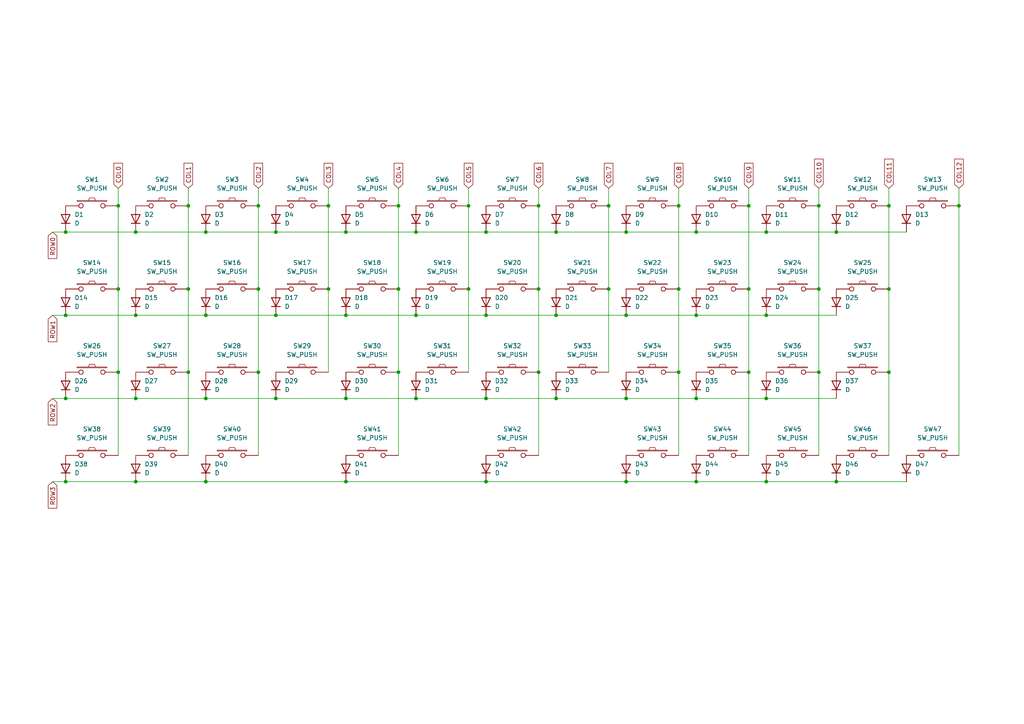
<source format=kicad_sch>
(kicad_sch (version 20250114) (generator "eeschema") (generator_version "9.0")
  (paper "A4")
  (lib_symbols
    (symbol "Device:D" (pin_numbers (hide yes)) (pin_names (offset 1.016) (hide yes))
      (property "Reference" "D" (at 0 2.54 0))
      (property "Value" "D" (at 0 -2.54 0))
      (symbol "D_0_1"
        (polyline (pts (xy -1.27 1.27) (xy -1.27 -1.27)) (stroke (width 0.254)))
        (polyline (pts (xy 1.27 1.27) (xy 1.27 -1.27) (xy -1.27 0) (xy 1.27 1.27)) (stroke (width 0.254)))
        (polyline (pts (xy 1.27 0) (xy -1.27 0)))
      )
      (symbol "D_1_1"
        (pin passive line (at -3.81 0 0) (length 2.54) (name "K") (number "1"))
        (pin passive line (at 3.81 0 180) (length 2.54) (name "A") (number "2"))
      )
    )
    (symbol "kbd:SW_PUSH" (pin_numbers (hide yes)) (pin_names (offset 1.016) (hide yes))
      (property "Reference" "SW" (at 3.81 2.794 0))
      (property "Value" "SW_PUSH" (at 0 -2.032 0))
      (symbol "SW_PUSH_0_1"
        (rectangle (start -4.318 1.27) (end 4.318 1.524))
        (polyline (pts (xy -1.016 1.524) (xy -0.762 2.286) (xy 0.762 2.286) (xy 1.016 1.524)))
        (pin passive inverted (at -7.62 0 0) (length 5.08) (name "1") (number "1"))
        (pin passive inverted (at 7.62 0 180) (length 5.08) (name "2") (number "2"))
      )
    )
  )
  (junction (at 39.37 115.57))
  (junction (at 100.33 67.31))
  (junction (at 201.93 139.7))
  (junction (at 161.29 115.57))
  (junction (at 140.97 115.57))
  (junction (at 217.17 83.82))
  (junction (at 39.37 67.31))
  (junction (at 120.65 67.31))
  (junction (at 222.25 139.7))
  (junction (at 181.61 67.31))
  (junction (at 278.13 59.69))
  (junction (at 135.89 59.69))
  (junction (at 161.29 67.31))
  (junction (at 222.25 91.44))
  (junction (at 196.85 107.95))
  (junction (at 242.57 67.31))
  (junction (at 54.61 107.95))
  (junction (at 39.37 139.7))
  (junction (at 181.61 139.7))
  (junction (at 95.25 83.82))
  (junction (at 217.17 107.95))
  (junction (at 100.33 91.44))
  (junction (at 140.97 91.44))
  (junction (at 156.21 107.95))
  (junction (at 115.57 83.82))
  (junction (at 156.21 59.69))
  (junction (at 34.29 107.95))
  (junction (at 80.01 67.31))
  (junction (at 80.01 91.44))
  (junction (at 34.29 83.82))
  (junction (at 74.93 59.69))
  (junction (at 181.61 91.44))
  (junction (at 196.85 83.82))
  (junction (at 74.93 107.95))
  (junction (at 222.25 115.57))
  (junction (at 140.97 139.7))
  (junction (at 80.01 115.57))
  (junction (at 59.69 139.7))
  (junction (at 176.53 59.69))
  (junction (at 201.93 115.57))
  (junction (at 95.25 59.69))
  (junction (at 59.69 115.57))
  (junction (at 242.57 139.7))
  (junction (at 120.65 91.44))
  (junction (at 115.57 59.69))
  (junction (at 39.37 91.44))
  (junction (at 135.89 83.82))
  (junction (at 120.65 115.57))
  (junction (at 222.25 67.31))
  (junction (at 115.57 107.95))
  (junction (at 237.49 83.82))
  (junction (at 196.85 59.69))
  (junction (at 257.81 83.82))
  (junction (at 257.81 59.69))
  (junction (at 217.17 59.69))
  (junction (at 19.05 139.7))
  (junction (at 257.81 107.95))
  (junction (at 19.05 67.31))
  (junction (at 237.49 107.95))
  (junction (at 74.93 83.82))
  (junction (at 201.93 67.31))
  (junction (at 19.05 115.57))
  (junction (at 181.61 115.57))
  (junction (at 140.97 67.31))
  (junction (at 54.61 83.82))
  (junction (at 156.21 83.82))
  (junction (at 100.33 115.57))
  (junction (at 34.29 59.69))
  (junction (at 161.29 91.44))
  (junction (at 176.53 83.82))
  (junction (at 54.61 59.69))
  (junction (at 19.05 91.44))
  (junction (at 201.93 91.44))
  (junction (at 100.33 139.7))
  (junction (at 59.69 91.44))
  (junction (at 59.69 67.31))
  (junction (at 237.49 59.69))
  (wire (pts (xy 59.69 115.57) (xy 80.01 115.57)))
  (wire (pts (xy 196.85 59.69) (xy 196.85 83.82)))
  (wire (pts (xy 217.17 54.61) (xy 217.17 59.69)))
  (wire (pts (xy 74.93 107.95) (xy 74.93 132.08)))
  (wire (pts (xy 59.69 139.7) (xy 100.33 139.7)))
  (wire (pts (xy 237.49 59.69) (xy 237.49 83.82)))
  (wire (pts (xy 19.05 67.31) (xy 39.37 67.31)))
  (wire (pts (xy 39.37 139.7) (xy 59.69 139.7)))
  (wire (pts (xy 196.85 54.61) (xy 196.85 59.69)))
  (wire (pts (xy 156.21 107.95) (xy 156.21 132.08)))
  (wire (pts (xy 181.61 67.31) (xy 201.93 67.31)))
  (wire (pts (xy 100.33 67.31) (xy 120.65 67.31)))
  (wire (pts (xy 15.24 115.57) (xy 19.05 115.57)))
  (wire (pts (xy 217.17 83.82) (xy 217.17 107.95)))
  (wire (pts (xy 257.81 107.95) (xy 257.81 132.08)))
  (wire (pts (xy 201.93 91.44) (xy 222.25 91.44)))
  (wire (pts (xy 34.29 59.69) (xy 34.29 83.82)))
  (wire (pts (xy 222.25 139.7) (xy 242.57 139.7)))
  (wire (pts (xy 161.29 115.57) (xy 181.61 115.57)))
  (wire (pts (xy 196.85 83.82) (xy 196.85 107.95)))
  (wire (pts (xy 54.61 54.61) (xy 54.61 59.69)))
  (wire (pts (xy 278.13 59.69) (xy 278.13 132.08)))
  (wire (pts (xy 140.97 67.31) (xy 161.29 67.31)))
  (wire (pts (xy 156.21 54.61) (xy 156.21 59.69)))
  (wire (pts (xy 34.29 54.61) (xy 34.29 59.69)))
  (wire (pts (xy 115.57 83.82) (xy 115.57 107.95)))
  (wire (pts (xy 222.25 67.31) (xy 242.57 67.31)))
  (wire (pts (xy 95.25 83.82) (xy 95.25 107.95)))
  (wire (pts (xy 196.85 107.95) (xy 196.85 132.08)))
  (wire (pts (xy 95.25 59.69) (xy 95.25 83.82)))
  (wire (pts (xy 242.57 139.7) (xy 262.89 139.7)))
  (wire (pts (xy 217.17 107.95) (xy 217.17 132.08)))
  (wire (pts (xy 135.89 59.69) (xy 135.89 83.82)))
  (wire (pts (xy 176.53 54.61) (xy 176.53 59.69)))
  (wire (pts (xy 242.57 67.31) (xy 262.89 67.31)))
  (wire (pts (xy 39.37 115.57) (xy 59.69 115.57)))
  (wire (pts (xy 59.69 91.44) (xy 80.01 91.44)))
  (wire (pts (xy 15.24 67.31) (xy 19.05 67.31)))
  (wire (pts (xy 257.81 54.61) (xy 257.81 59.69)))
  (wire (pts (xy 19.05 91.44) (xy 39.37 91.44)))
  (wire (pts (xy 181.61 115.57) (xy 201.93 115.57)))
  (wire (pts (xy 278.13 54.61) (xy 278.13 59.69)))
  (wire (pts (xy 120.65 91.44) (xy 140.97 91.44)))
  (wire (pts (xy 39.37 67.31) (xy 59.69 67.31)))
  (wire (pts (xy 237.49 107.95) (xy 237.49 132.08)))
  (wire (pts (xy 140.97 91.44) (xy 161.29 91.44)))
  (wire (pts (xy 257.81 83.82) (xy 257.81 107.95)))
  (wire (pts (xy 59.69 67.31) (xy 80.01 67.31)))
  (wire (pts (xy 39.37 91.44) (xy 59.69 91.44)))
  (wire (pts (xy 100.33 115.57) (xy 120.65 115.57)))
  (wire (pts (xy 100.33 91.44) (xy 120.65 91.44)))
  (wire (pts (xy 74.93 54.61) (xy 74.93 59.69)))
  (wire (pts (xy 19.05 115.57) (xy 39.37 115.57)))
  (wire (pts (xy 156.21 83.82) (xy 156.21 107.95)))
  (wire (pts (xy 34.29 83.82) (xy 34.29 107.95)))
  (wire (pts (xy 222.25 115.57) (xy 242.57 115.57)))
  (wire (pts (xy 237.49 83.82) (xy 237.49 107.95)))
  (wire (pts (xy 74.93 83.82) (xy 74.93 107.95)))
  (wire (pts (xy 80.01 67.31) (xy 100.33 67.31)))
  (wire (pts (xy 19.05 139.7) (xy 39.37 139.7)))
  (wire (pts (xy 135.89 83.82) (xy 135.89 107.95)))
  (wire (pts (xy 120.65 67.31) (xy 140.97 67.31)))
  (wire (pts (xy 115.57 54.61) (xy 115.57 59.69)))
  (wire (pts (xy 161.29 67.31) (xy 181.61 67.31)))
  (wire (pts (xy 80.01 115.57) (xy 100.33 115.57)))
  (wire (pts (xy 161.29 91.44) (xy 181.61 91.44)))
  (wire (pts (xy 100.33 139.7) (xy 140.97 139.7)))
  (wire (pts (xy 54.61 59.69) (xy 54.61 83.82)))
  (wire (pts (xy 140.97 139.7) (xy 181.61 139.7)))
  (wire (pts (xy 120.65 115.57) (xy 140.97 115.57)))
  (wire (pts (xy 15.24 139.7) (xy 19.05 139.7)))
  (wire (pts (xy 95.25 54.61) (xy 95.25 59.69)))
  (wire (pts (xy 34.29 107.95) (xy 34.29 132.08)))
  (wire (pts (xy 115.57 59.69) (xy 115.57 83.82)))
  (wire (pts (xy 15.24 91.44) (xy 19.05 91.44)))
  (wire (pts (xy 201.93 115.57) (xy 222.25 115.57)))
  (wire (pts (xy 181.61 91.44) (xy 201.93 91.44)))
  (wire (pts (xy 201.93 67.31) (xy 222.25 67.31)))
  (wire (pts (xy 237.49 54.61) (xy 237.49 59.69)))
  (wire (pts (xy 217.17 59.69) (xy 217.17 83.82)))
  (wire (pts (xy 201.93 139.7) (xy 222.25 139.7)))
  (wire (pts (xy 156.21 59.69) (xy 156.21 83.82)))
  (wire (pts (xy 80.01 91.44) (xy 100.33 91.44)))
  (wire (pts (xy 140.97 115.57) (xy 161.29 115.57)))
  (wire (pts (xy 74.93 59.69) (xy 74.93 83.82)))
  (wire (pts (xy 176.53 83.82) (xy 176.53 107.95)))
  (wire (pts (xy 54.61 83.82) (xy 54.61 107.95)))
  (wire (pts (xy 115.57 107.95) (xy 115.57 132.08)))
  (wire (pts (xy 222.25 91.44) (xy 242.57 91.44)))
  (wire (pts (xy 181.61 139.7) (xy 201.93 139.7)))
  (wire (pts (xy 54.61 107.95) (xy 54.61 132.08)))
  (wire (pts (xy 135.89 54.61) (xy 135.89 59.69)))
  (wire (pts (xy 176.53 59.69) (xy 176.53 83.82)))
  (wire (pts (xy 257.81 59.69) (xy 257.81 83.82)))
  (global_label "COL0" (shape input) (at 34.29 54.61 90) (property "Intersheetrefs" "${INTERSHEET_REFS}" (effects (hide yes))))
  (global_label "COL8" (shape input) (at 196.85 54.61 90) (property "Intersheetrefs" "${INTERSHEET_REFS}" (effects (hide yes))))
  (global_label "COL1" (shape input) (at 54.61 54.61 90) (property "Intersheetrefs" "${INTERSHEET_REFS}" (effects (hide yes))))
  (global_label "COL6" (shape input) (at 156.21 54.61 90) (property "Intersheetrefs" "${INTERSHEET_REFS}" (effects (hide yes))))
  (global_label "COL10" (shape input) (at 237.49 54.61 90) (property "Intersheetrefs" "${INTERSHEET_REFS}" (effects (hide yes))))
  (global_label "COL11" (shape input) (at 257.81 54.61 90) (property "Intersheetrefs" "${INTERSHEET_REFS}" (effects (hide yes))))
  (global_label "COL3" (shape input) (at 95.25 54.61 90) (property "Intersheetrefs" "${INTERSHEET_REFS}" (effects (hide yes))))
  (global_label "ROW0" (shape input) (at 15.24 67.31 270) (property "Intersheetrefs" "${INTERSHEET_REFS}" (effects (hide yes))))
  (global_label "ROW2" (shape input) (at 15.24 115.57 270) (property "Intersheetrefs" "${INTERSHEET_REFS}" (effects (hide yes))))
  (global_label "ROW3" (shape input) (at 15.24 139.7 270) (property "Intersheetrefs" "${INTERSHEET_REFS}" (effects (hide yes))))
  (global_label "COL4" (shape input) (at 115.57 54.61 90) (property "Intersheetrefs" "${INTERSHEET_REFS}" (effects (hide yes))))
  (global_label "ROW1" (shape input) (at 15.24 91.44 270) (property "Intersheetrefs" "${INTERSHEET_REFS}" (effects (hide yes))))
  (global_label "COL9" (shape input) (at 217.17 54.61 90) (property "Intersheetrefs" "${INTERSHEET_REFS}" (effects (hide yes))))
  (global_label "COL7" (shape input) (at 176.53 54.61 90) (property "Intersheetrefs" "${INTERSHEET_REFS}" (effects (hide yes))))
  (global_label "COL5" (shape input) (at 135.89 54.61 90) (property "Intersheetrefs" "${INTERSHEET_REFS}" (effects (hide yes))))
  (global_label "COL12" (shape input) (at 278.13 54.61 90) (property "Intersheetrefs" "${INTERSHEET_REFS}" (effects (hide yes))))
  (global_label "COL2" (shape input) (at 74.93 54.61 90) (property "Intersheetrefs" "${INTERSHEET_REFS}" (effects (hide yes))))
  (symbol (lib_id "Device:D") (at 140.97 87.63 90) (unit 1)
    (property "Reference" "D20" (at 143.51 86.3599 90) (effects (justify right)))
    (property "Value" "D" (at 143.51 88.8999 90) (effects (justify right)))
    (property "Footprint" "Diode_SMD:D_SOD-123" (effects (hide yes)))
    (property "Description" "Diode" (effects (hide yes)))
    (property "Sim.Device" "D" (effects (hide yes)))
    (property "Sim.Pins" "1=K 2=A" (effects (hide yes)))
  )
  (symbol (lib_id "kbd:SW_PUSH") (at 148.59 83.82 0) (unit 1)
    (property "Reference" "SW20" (at 148.59 76.2 0))
    (property "Value" "SW_PUSH" (at 148.59 78.74 0))
    (property "Footprint" "emptystring:MXOnly-1U-Hotswap" (effects (hide yes)))
  )
  (symbol (lib_id "kbd:SW_PUSH") (at 107.95 132.08 0) (unit 1)
    (property "Reference" "SW41" (at 107.95 124.46 0))
    (property "Value" "SW_PUSH" (at 107.95 127 0))
    (property "Footprint" "emptystring:MXOnly-1U-Hotswap" (effects (hide yes)))
  )
  (symbol (lib_id "kbd:SW_PUSH") (at 270.51 132.08 0) (unit 1)
    (property "Reference" "SW47" (at 270.51 124.46 0))
    (property "Value" "SW_PUSH" (at 270.51 127 0))
    (property "Footprint" "emptystring:MXOnly-1U-Hotswap" (effects (hide yes)))
  )
  (symbol (lib_id "Device:D") (at 242.57 87.63 90) (unit 1)
    (property "Reference" "D25" (at 245.11 86.3599 90) (effects (justify right)))
    (property "Value" "D" (at 245.11 88.8999 90) (effects (justify right)))
    (property "Footprint" "Diode_SMD:D_SOD-123" (effects (hide yes)))
    (property "Description" "Diode" (effects (hide yes)))
    (property "Sim.Device" "D" (effects (hide yes)))
    (property "Sim.Pins" "1=K 2=A" (effects (hide yes)))
  )
  (symbol (lib_id "Device:D") (at 201.93 63.5 90) (unit 1)
    (property "Reference" "D10" (at 204.47 62.2299 90) (effects (justify right)))
    (property "Value" "D" (at 204.47 64.7699 90) (effects (justify right)))
    (property "Footprint" "Diode_SMD:D_SOD-123" (effects (hide yes)))
    (property "Description" "Diode" (effects (hide yes)))
    (property "Sim.Device" "D" (effects (hide yes)))
    (property "Sim.Pins" "1=K 2=A" (effects (hide yes)))
  )
  (symbol (lib_id "kbd:SW_PUSH") (at 148.59 107.95 0) (unit 1)
    (property "Reference" "SW32" (at 148.59 100.33 0))
    (property "Value" "SW_PUSH" (at 148.59 102.87 0))
    (property "Footprint" "emptystring:MXOnly-1U-Hotswap" (effects (hide yes)))
  )
  (symbol (lib_id "kbd:SW_PUSH") (at 148.59 59.69 0) (unit 1)
    (property "Reference" "SW7" (at 148.59 52.07 0))
    (property "Value" "SW_PUSH" (at 148.59 54.61 0))
    (property "Footprint" "emptystring:MXOnly-1U-Hotswap" (effects (hide yes)))
  )
  (symbol (lib_id "Device:D") (at 120.65 111.76 90) (unit 1)
    (property "Reference" "D31" (at 123.19 110.4899 90) (effects (justify right)))
    (property "Value" "D" (at 123.19 113.0299 90) (effects (justify right)))
    (property "Footprint" "Diode_SMD:D_SOD-123" (effects (hide yes)))
    (property "Description" "Diode" (effects (hide yes)))
    (property "Sim.Device" "D" (effects (hide yes)))
    (property "Sim.Pins" "1=K 2=A" (effects (hide yes)))
  )
  (symbol (lib_id "Device:D") (at 140.97 63.5 90) (unit 1)
    (property "Reference" "D7" (at 143.51 62.2299 90) (effects (justify right)))
    (property "Value" "D" (at 143.51 64.7699 90) (effects (justify right)))
    (property "Footprint" "Diode_SMD:D_SOD-123" (effects (hide yes)))
    (property "Description" "Diode" (effects (hide yes)))
    (property "Sim.Device" "D" (effects (hide yes)))
    (property "Sim.Pins" "1=K 2=A" (effects (hide yes)))
  )
  (symbol (lib_id "kbd:SW_PUSH") (at 168.91 59.69 0) (unit 1)
    (property "Reference" "SW8" (at 168.91 52.07 0))
    (property "Value" "SW_PUSH" (at 168.91 54.61 0))
    (property "Footprint" "emptystring:MXOnly-1U-Hotswap" (effects (hide yes)))
  )
  (symbol (lib_id "Device:D") (at 140.97 135.89 90) (unit 1)
    (property "Reference" "D42" (at 143.51 134.6199 90) (effects (justify right)))
    (property "Value" "D" (at 143.51 137.1599 90) (effects (justify right)))
    (property "Footprint" "Diode_SMD:D_SOD-123" (effects (hide yes)))
    (property "Description" "Diode" (effects (hide yes)))
    (property "Sim.Device" "D" (effects (hide yes)))
    (property "Sim.Pins" "1=K 2=A" (effects (hide yes)))
  )
  (symbol (lib_id "Device:D") (at 262.89 135.89 90) (unit 1)
    (property "Reference" "D47" (at 265.43 134.6199 90) (effects (justify right)))
    (property "Value" "D" (at 265.43 137.1599 90) (effects (justify right)))
    (property "Footprint" "Diode_SMD:D_SOD-123" (effects (hide yes)))
    (property "Description" "Diode" (effects (hide yes)))
    (property "Sim.Device" "D" (effects (hide yes)))
    (property "Sim.Pins" "1=K 2=A" (effects (hide yes)))
  )
  (symbol (lib_id "Device:D") (at 59.69 87.63 90) (unit 1)
    (property "Reference" "D16" (at 62.23 86.3599 90) (effects (justify right)))
    (property "Value" "D" (at 62.23 88.8999 90) (effects (justify right)))
    (property "Footprint" "Diode_SMD:D_SOD-123" (effects (hide yes)))
    (property "Description" "Diode" (effects (hide yes)))
    (property "Sim.Device" "D" (effects (hide yes)))
    (property "Sim.Pins" "1=K 2=A" (effects (hide yes)))
  )
  (symbol (lib_id "kbd:SW_PUSH") (at 209.55 59.69 0) (unit 1)
    (property "Reference" "SW10" (at 209.55 52.07 0))
    (property "Value" "SW_PUSH" (at 209.55 54.61 0))
    (property "Footprint" "emptystring:MXOnly-1U-Hotswap" (effects (hide yes)))
  )
  (symbol (lib_id "kbd:SW_PUSH") (at 67.31 83.82 0) (unit 1)
    (property "Reference" "SW16" (at 67.31 76.2 0))
    (property "Value" "SW_PUSH" (at 67.31 78.74 0))
    (property "Footprint" "emptystring:MXOnly-1U-Hotswap" (effects (hide yes)))
  )
  (symbol (lib_id "Device:D") (at 80.01 111.76 90) (unit 1)
    (property "Reference" "D29" (at 82.55 110.4899 90) (effects (justify right)))
    (property "Value" "D" (at 82.55 113.0299 90) (effects (justify right)))
    (property "Footprint" "Diode_SMD:D_SOD-123" (effects (hide yes)))
    (property "Description" "Diode" (effects (hide yes)))
    (property "Sim.Device" "D" (effects (hide yes)))
    (property "Sim.Pins" "1=K 2=A" (effects (hide yes)))
  )
  (symbol (lib_id "Device:D") (at 80.01 87.63 90) (unit 1)
    (property "Reference" "D17" (at 82.55 86.3599 90) (effects (justify right)))
    (property "Value" "D" (at 82.55 88.8999 90) (effects (justify right)))
    (property "Footprint" "Diode_SMD:D_SOD-123" (effects (hide yes)))
    (property "Description" "Diode" (effects (hide yes)))
    (property "Sim.Device" "D" (effects (hide yes)))
    (property "Sim.Pins" "1=K 2=A" (effects (hide yes)))
  )
  (symbol (lib_id "Device:D") (at 100.33 87.63 90) (unit 1)
    (property "Reference" "D18" (at 102.87 86.3599 90) (effects (justify right)))
    (property "Value" "D" (at 102.87 88.8999 90) (effects (justify right)))
    (property "Footprint" "Diode_SMD:D_SOD-123" (effects (hide yes)))
    (property "Description" "Diode" (effects (hide yes)))
    (property "Sim.Device" "D" (effects (hide yes)))
    (property "Sim.Pins" "1=K 2=A" (effects (hide yes)))
  )
  (symbol (lib_id "kbd:SW_PUSH") (at 189.23 132.08 0) (unit 1)
    (property "Reference" "SW43" (at 189.23 124.46 0))
    (property "Value" "SW_PUSH" (at 189.23 127 0))
    (property "Footprint" "emptystring:MXOnly-1U-Hotswap" (effects (hide yes)))
  )
  (symbol (lib_id "kbd:SW_PUSH") (at 46.99 132.08 0) (unit 1)
    (property "Reference" "SW39" (at 46.99 124.46 0))
    (property "Value" "SW_PUSH" (at 46.99 127 0))
    (property "Footprint" "emptystring:MXOnly-1U-Hotswap" (effects (hide yes)))
  )
  (symbol (lib_id "Device:D") (at 222.25 63.5 90) (unit 1)
    (property "Reference" "D11" (at 224.79 62.2299 90) (effects (justify right)))
    (property "Value" "D" (at 224.79 64.7699 90) (effects (justify right)))
    (property "Footprint" "Diode_SMD:D_SOD-123" (effects (hide yes)))
    (property "Description" "Diode" (effects (hide yes)))
    (property "Sim.Device" "D" (effects (hide yes)))
    (property "Sim.Pins" "1=K 2=A" (effects (hide yes)))
  )
  (symbol (lib_id "kbd:SW_PUSH") (at 209.55 83.82 0) (unit 1)
    (property "Reference" "SW23" (at 209.55 76.2 0))
    (property "Value" "SW_PUSH" (at 209.55 78.74 0))
    (property "Footprint" "emptystring:MXOnly-1U-Hotswap" (effects (hide yes)))
  )
  (symbol (lib_id "kbd:SW_PUSH") (at 107.95 83.82 0) (unit 1)
    (property "Reference" "SW18" (at 107.95 76.2 0))
    (property "Value" "SW_PUSH" (at 107.95 78.74 0))
    (property "Footprint" "emptystring:MXOnly-1U-Hotswap" (effects (hide yes)))
  )
  (symbol (lib_id "Device:D") (at 222.25 111.76 90) (unit 1)
    (property "Reference" "D36" (at 224.79 110.4899 90) (effects (justify right)))
    (property "Value" "D" (at 224.79 113.0299 90) (effects (justify right)))
    (property "Footprint" "Diode_SMD:D_SOD-123" (effects (hide yes)))
    (property "Description" "Diode" (effects (hide yes)))
    (property "Sim.Device" "D" (effects (hide yes)))
    (property "Sim.Pins" "1=K 2=A" (effects (hide yes)))
  )
  (symbol (lib_id "Device:D") (at 100.33 111.76 90) (unit 1)
    (property "Reference" "D30" (at 102.87 110.4899 90) (effects (justify right)))
    (property "Value" "D" (at 102.87 113.0299 90) (effects (justify right)))
    (property "Footprint" "Diode_SMD:D_SOD-123" (effects (hide yes)))
    (property "Description" "Diode" (effects (hide yes)))
    (property "Sim.Device" "D" (effects (hide yes)))
    (property "Sim.Pins" "1=K 2=A" (effects (hide yes)))
  )
  (symbol (lib_id "Device:D") (at 181.61 87.63 90) (unit 1)
    (property "Reference" "D22" (at 184.15 86.3599 90) (effects (justify right)))
    (property "Value" "D" (at 184.15 88.8999 90) (effects (justify right)))
    (property "Footprint" "Diode_SMD:D_SOD-123" (effects (hide yes)))
    (property "Description" "Diode" (effects (hide yes)))
    (property "Sim.Device" "D" (effects (hide yes)))
    (property "Sim.Pins" "1=K 2=A" (effects (hide yes)))
  )
  (symbol (lib_id "kbd:SW_PUSH") (at 250.19 132.08 0) (unit 1)
    (property "Reference" "SW46" (at 250.19 124.46 0))
    (property "Value" "SW_PUSH" (at 250.19 127 0))
    (property "Footprint" "emptystring:MXOnly-1U-Hotswap" (effects (hide yes)))
  )
  (symbol (lib_id "Device:D") (at 161.29 87.63 90) (unit 1)
    (property "Reference" "D21" (at 163.83 86.3599 90) (effects (justify right)))
    (property "Value" "D" (at 163.83 88.8999 90) (effects (justify right)))
    (property "Footprint" "Diode_SMD:D_SOD-123" (effects (hide yes)))
    (property "Description" "Diode" (effects (hide yes)))
    (property "Sim.Device" "D" (effects (hide yes)))
    (property "Sim.Pins" "1=K 2=A" (effects (hide yes)))
  )
  (symbol (lib_id "Device:D") (at 59.69 135.89 90) (unit 1)
    (property "Reference" "D40" (at 62.23 134.6199 90) (effects (justify right)))
    (property "Value" "D" (at 62.23 137.1599 90) (effects (justify right)))
    (property "Footprint" "Diode_SMD:D_SOD-123" (effects (hide yes)))
    (property "Description" "Diode" (effects (hide yes)))
    (property "Sim.Device" "D" (effects (hide yes)))
    (property "Sim.Pins" "1=K 2=A" (effects (hide yes)))
  )
  (symbol (lib_id "Device:D") (at 201.93 135.89 90) (unit 1)
    (property "Reference" "D44" (at 204.47 134.6199 90) (effects (justify right)))
    (property "Value" "D" (at 204.47 137.1599 90) (effects (justify right)))
    (property "Footprint" "Diode_SMD:D_SOD-123" (effects (hide yes)))
    (property "Description" "Diode" (effects (hide yes)))
    (property "Sim.Device" "D" (effects (hide yes)))
    (property "Sim.Pins" "1=K 2=A" (effects (hide yes)))
  )
  (symbol (lib_id "kbd:SW_PUSH") (at 26.67 132.08 0) (unit 1)
    (property "Reference" "SW38" (at 26.67 124.46 0))
    (property "Value" "SW_PUSH" (at 26.67 127 0))
    (property "Footprint" "emptystring:MXOnly-1U-Hotswap" (effects (hide yes)))
  )
  (symbol (lib_id "kbd:SW_PUSH") (at 128.27 59.69 0) (unit 1)
    (property "Reference" "SW6" (at 128.27 52.07 0))
    (property "Value" "SW_PUSH" (at 128.27 54.61 0))
    (property "Footprint" "emptystring:MXOnly-1U-Hotswap" (effects (hide yes)))
  )
  (symbol (lib_id "kbd:SW_PUSH") (at 209.55 107.95 0) (unit 1)
    (property "Reference" "SW35" (at 209.55 100.33 0))
    (property "Value" "SW_PUSH" (at 209.55 102.87 0))
    (property "Footprint" "emptystring:MXOnly-1U-Hotswap" (effects (hide yes)))
  )
  (symbol (lib_id "Device:D") (at 59.69 111.76 90) (unit 1)
    (property "Reference" "D28" (at 62.23 110.4899 90) (effects (justify right)))
    (property "Value" "D" (at 62.23 113.0299 90) (effects (justify right)))
    (property "Footprint" "Diode_SMD:D_SOD-123" (effects (hide yes)))
    (property "Description" "Diode" (effects (hide yes)))
    (property "Sim.Device" "D" (effects (hide yes)))
    (property "Sim.Pins" "1=K 2=A" (effects (hide yes)))
  )
  (symbol (lib_id "Device:D") (at 262.89 63.5 90) (unit 1)
    (property "Reference" "D13" (at 265.43 62.2299 90) (effects (justify right)))
    (property "Value" "D" (at 265.43 64.7699 90) (effects (justify right)))
    (property "Footprint" "Diode_SMD:D_SOD-123" (effects (hide yes)))
    (property "Description" "Diode" (effects (hide yes)))
    (property "Sim.Device" "D" (effects (hide yes)))
    (property "Sim.Pins" "1=K 2=A" (effects (hide yes)))
  )
  (symbol (lib_id "Device:D") (at 19.05 87.63 90) (unit 1)
    (property "Reference" "D14" (at 21.59 86.3599 90) (effects (justify right)))
    (property "Value" "D" (at 21.59 88.8999 90) (effects (justify right)))
    (property "Footprint" "Diode_SMD:D_SOD-123" (effects (hide yes)))
    (property "Description" "Diode" (effects (hide yes)))
    (property "Sim.Device" "D" (effects (hide yes)))
    (property "Sim.Pins" "1=K 2=A" (effects (hide yes)))
  )
  (symbol (lib_id "kbd:SW_PUSH") (at 128.27 107.95 0) (unit 1)
    (property "Reference" "SW31" (at 128.27 100.33 0))
    (property "Value" "SW_PUSH" (at 128.27 102.87 0))
    (property "Footprint" "emptystring:MXOnly-1U-Hotswap" (effects (hide yes)))
  )
  (symbol (lib_id "kbd:SW_PUSH") (at 168.91 107.95 0) (unit 1)
    (property "Reference" "SW33" (at 168.91 100.33 0))
    (property "Value" "SW_PUSH" (at 168.91 102.87 0))
    (property "Footprint" "emptystring:MXOnly-1U-Hotswap" (effects (hide yes)))
  )
  (symbol (lib_id "kbd:SW_PUSH") (at 67.31 132.08 0) (unit 1)
    (property "Reference" "SW40" (at 67.31 124.46 0))
    (property "Value" "SW_PUSH" (at 67.31 127 0))
    (property "Footprint" "emptystring:MXOnly-1U-Hotswap" (effects (hide yes)))
  )
  (symbol (lib_id "kbd:SW_PUSH") (at 107.95 59.69 0) (unit 1)
    (property "Reference" "SW5" (at 107.95 52.07 0))
    (property "Value" "SW_PUSH" (at 107.95 54.61 0))
    (property "Footprint" "emptystring:MXOnly-1U-Hotswap" (effects (hide yes)))
  )
  (symbol (lib_id "Device:D") (at 140.97 111.76 90) (unit 1)
    (property "Reference" "D32" (at 143.51 110.4899 90) (effects (justify right)))
    (property "Value" "D" (at 143.51 113.0299 90) (effects (justify right)))
    (property "Footprint" "Diode_SMD:D_SOD-123" (effects (hide yes)))
    (property "Description" "Diode" (effects (hide yes)))
    (property "Sim.Device" "D" (effects (hide yes)))
    (property "Sim.Pins" "1=K 2=A" (effects (hide yes)))
  )
  (symbol (lib_id "Device:D") (at 181.61 111.76 90) (unit 1)
    (property "Reference" "D34" (at 184.15 110.4899 90) (effects (justify right)))
    (property "Value" "D" (at 184.15 113.0299 90) (effects (justify right)))
    (property "Footprint" "Diode_SMD:D_SOD-123" (effects (hide yes)))
    (property "Description" "Diode" (effects (hide yes)))
    (property "Sim.Device" "D" (effects (hide yes)))
    (property "Sim.Pins" "1=K 2=A" (effects (hide yes)))
  )
  (symbol (lib_id "Device:D") (at 201.93 87.63 90) (unit 1)
    (property "Reference" "D23" (at 204.47 86.3599 90) (effects (justify right)))
    (property "Value" "D" (at 204.47 88.8999 90) (effects (justify right)))
    (property "Footprint" "Diode_SMD:D_SOD-123" (effects (hide yes)))
    (property "Description" "Diode" (effects (hide yes)))
    (property "Sim.Device" "D" (effects (hide yes)))
    (property "Sim.Pins" "1=K 2=A" (effects (hide yes)))
  )
  (symbol (lib_id "kbd:SW_PUSH") (at 46.99 107.95 0) (unit 1)
    (property "Reference" "SW27" (at 46.99 100.33 0))
    (property "Value" "SW_PUSH" (at 46.99 102.87 0))
    (property "Footprint" "emptystring:MXOnly-1U-Hotswap" (effects (hide yes)))
  )
  (symbol (lib_id "kbd:SW_PUSH") (at 26.67 107.95 0) (unit 1)
    (property "Reference" "SW26" (at 26.67 100.33 0))
    (property "Value" "SW_PUSH" (at 26.67 102.87 0))
    (property "Footprint" "emptystring:MXOnly-1U-Hotswap" (effects (hide yes)))
  )
  (symbol (lib_id "Device:D") (at 181.61 135.89 90) (unit 1)
    (property "Reference" "D43" (at 184.15 134.6199 90) (effects (justify right)))
    (property "Value" "D" (at 184.15 137.1599 90) (effects (justify right)))
    (property "Footprint" "Diode_SMD:D_SOD-123" (effects (hide yes)))
    (property "Description" "Diode" (effects (hide yes)))
    (property "Sim.Device" "D" (effects (hide yes)))
    (property "Sim.Pins" "1=K 2=A" (effects (hide yes)))
  )
  (symbol (lib_id "kbd:SW_PUSH") (at 229.87 107.95 0) (unit 1)
    (property "Reference" "SW36" (at 229.87 100.33 0))
    (property "Value" "SW_PUSH" (at 229.87 102.87 0))
    (property "Footprint" "emptystring:MXOnly-1U-Hotswap" (effects (hide yes)))
  )
  (symbol (lib_id "kbd:SW_PUSH") (at 229.87 83.82 0) (unit 1)
    (property "Reference" "SW24" (at 229.87 76.2 0))
    (property "Value" "SW_PUSH" (at 229.87 78.74 0))
    (property "Footprint" "emptystring:MXOnly-1U-Hotswap" (effects (hide yes)))
  )
  (symbol (lib_id "kbd:SW_PUSH") (at 189.23 59.69 0) (unit 1)
    (property "Reference" "SW9" (at 189.23 52.07 0))
    (property "Value" "SW_PUSH" (at 189.23 54.61 0))
    (property "Footprint" "emptystring:MXOnly-1U-Hotswap" (effects (hide yes)))
  )
  (symbol (lib_id "Device:D") (at 181.61 63.5 90) (unit 1)
    (property "Reference" "D9" (at 184.15 62.2299 90) (effects (justify right)))
    (property "Value" "D" (at 184.15 64.7699 90) (effects (justify right)))
    (property "Footprint" "Diode_SMD:D_SOD-123" (effects (hide yes)))
    (property "Description" "Diode" (effects (hide yes)))
    (property "Sim.Device" "D" (effects (hide yes)))
    (property "Sim.Pins" "1=K 2=A" (effects (hide yes)))
  )
  (symbol (lib_id "Device:D") (at 19.05 111.76 90) (unit 1)
    (property "Reference" "D26" (at 21.59 110.4899 90) (effects (justify right)))
    (property "Value" "D" (at 21.59 113.0299 90) (effects (justify right)))
    (property "Footprint" "Diode_SMD:D_SOD-123" (effects (hide yes)))
    (property "Description" "Diode" (effects (hide yes)))
    (property "Sim.Device" "D" (effects (hide yes)))
    (property "Sim.Pins" "1=K 2=A" (effects (hide yes)))
  )
  (symbol (lib_id "kbd:SW_PUSH") (at 148.59 132.08 0) (unit 1)
    (property "Reference" "SW42" (at 148.59 124.46 0))
    (property "Value" "SW_PUSH" (at 148.59 127 0))
    (property "Footprint" "emptystring:MXOnly-1U-Hotswap" (effects (hide yes)))
  )
  (symbol (lib_id "kbd:SW_PUSH") (at 67.31 59.69 0) (unit 1)
    (property "Reference" "SW3" (at 67.31 52.07 0))
    (property "Value" "SW_PUSH" (at 67.31 54.61 0))
    (property "Footprint" "emptystring:MXOnly-1U-Hotswap" (effects (hide yes)))
  )
  (symbol (lib_id "Device:D") (at 161.29 111.76 90) (unit 1)
    (property "Reference" "D33" (at 163.83 110.4899 90) (effects (justify right)))
    (property "Value" "D" (at 163.83 113.0299 90) (effects (justify right)))
    (property "Footprint" "Diode_SMD:D_SOD-123" (effects (hide yes)))
    (property "Description" "Diode" (effects (hide yes)))
    (property "Sim.Device" "D" (effects (hide yes)))
    (property "Sim.Pins" "1=K 2=A" (effects (hide yes)))
  )
  (symbol (lib_id "Device:D") (at 120.65 87.63 90) (unit 1)
    (property "Reference" "D19" (at 123.19 86.3599 90) (effects (justify right)))
    (property "Value" "D" (at 123.19 88.8999 90) (effects (justify right)))
    (property "Footprint" "Diode_SMD:D_SOD-123" (effects (hide yes)))
    (property "Description" "Diode" (effects (hide yes)))
    (property "Sim.Device" "D" (effects (hide yes)))
    (property "Sim.Pins" "1=K 2=A" (effects (hide yes)))
  )
  (symbol (lib_id "kbd:SW_PUSH") (at 67.31 107.95 0) (unit 1)
    (property "Reference" "SW28" (at 67.31 100.33 0))
    (property "Value" "SW_PUSH" (at 67.31 102.87 0))
    (property "Footprint" "emptystring:MXOnly-1U-Hotswap" (effects (hide yes)))
  )
  (symbol (lib_id "Device:D") (at 222.25 135.89 90) (unit 1)
    (property "Reference" "D45" (at 224.79 134.6199 90) (effects (justify right)))
    (property "Value" "D" (at 224.79 137.1599 90) (effects (justify right)))
    (property "Footprint" "Diode_SMD:D_SOD-123" (effects (hide yes)))
    (property "Description" "Diode" (effects (hide yes)))
    (property "Sim.Device" "D" (effects (hide yes)))
    (property "Sim.Pins" "1=K 2=A" (effects (hide yes)))
  )
  (symbol (lib_id "Device:D") (at 39.37 111.76 90) (unit 1)
    (property "Reference" "D27" (at 41.91 110.4899 90) (effects (justify right)))
    (property "Value" "D" (at 41.91 113.0299 90) (effects (justify right)))
    (property "Footprint" "Diode_SMD:D_SOD-123" (effects (hide yes)))
    (property "Description" "Diode" (effects (hide yes)))
    (property "Sim.Device" "D" (effects (hide yes)))
    (property "Sim.Pins" "1=K 2=A" (effects (hide yes)))
  )
  (symbol (lib_id "Device:D") (at 242.57 63.5 90) (unit 1)
    (property "Reference" "D12" (at 245.11 62.2299 90) (effects (justify right)))
    (property "Value" "D" (at 245.11 64.7699 90) (effects (justify right)))
    (property "Footprint" "Diode_SMD:D_SOD-123" (effects (hide yes)))
    (property "Description" "Diode" (effects (hide yes)))
    (property "Sim.Device" "D" (effects (hide yes)))
    (property "Sim.Pins" "1=K 2=A" (effects (hide yes)))
  )
  (symbol (lib_id "Device:D") (at 120.65 63.5 90) (unit 1)
    (property "Reference" "D6" (at 123.19 62.2299 90) (effects (justify right)))
    (property "Value" "D" (at 123.19 64.7699 90) (effects (justify right)))
    (property "Footprint" "Diode_SMD:D_SOD-123" (effects (hide yes)))
    (property "Description" "Diode" (effects (hide yes)))
    (property "Sim.Device" "D" (effects (hide yes)))
    (property "Sim.Pins" "1=K 2=A" (effects (hide yes)))
  )
  (symbol (lib_id "Device:D") (at 201.93 111.76 90) (unit 1)
    (property "Reference" "D35" (at 204.47 110.4899 90) (effects (justify right)))
    (property "Value" "D" (at 204.47 113.0299 90) (effects (justify right)))
    (property "Footprint" "Diode_SMD:D_SOD-123" (effects (hide yes)))
    (property "Description" "Diode" (effects (hide yes)))
    (property "Sim.Device" "D" (effects (hide yes)))
    (property "Sim.Pins" "1=K 2=A" (effects (hide yes)))
  )
  (symbol (lib_id "Device:D") (at 19.05 135.89 90) (unit 1)
    (property "Reference" "D38" (at 21.59 134.6199 90) (effects (justify right)))
    (property "Value" "D" (at 21.59 137.1599 90) (effects (justify right)))
    (property "Footprint" "Diode_SMD:D_SOD-123" (effects (hide yes)))
    (property "Description" "Diode" (effects (hide yes)))
    (property "Sim.Device" "D" (effects (hide yes)))
    (property "Sim.Pins" "1=K 2=A" (effects (hide yes)))
  )
  (symbol (lib_id "kbd:SW_PUSH") (at 87.63 107.95 0) (unit 1)
    (property "Reference" "SW29" (at 87.63 100.33 0))
    (property "Value" "SW_PUSH" (at 87.63 102.87 0))
    (property "Footprint" "emptystring:MXOnly-1U-Hotswap" (effects (hide yes)))
  )
  (symbol (lib_id "Device:D") (at 39.37 135.89 90) (unit 1)
    (property "Reference" "D39" (at 41.91 134.6199 90) (effects (justify right)))
    (property "Value" "D" (at 41.91 137.1599 90) (effects (justify right)))
    (property "Footprint" "Diode_SMD:D_SOD-123" (effects (hide yes)))
    (property "Description" "Diode" (effects (hide yes)))
    (property "Sim.Device" "D" (effects (hide yes)))
    (property "Sim.Pins" "1=K 2=A" (effects (hide yes)))
  )
  (symbol (lib_id "Device:D") (at 39.37 87.63 90) (unit 1)
    (property "Reference" "D15" (at 41.91 86.3599 90) (effects (justify right)))
    (property "Value" "D" (at 41.91 88.8999 90) (effects (justify right)))
    (property "Footprint" "Diode_SMD:D_SOD-123" (effects (hide yes)))
    (property "Description" "Diode" (effects (hide yes)))
    (property "Sim.Device" "D" (effects (hide yes)))
    (property "Sim.Pins" "1=K 2=A" (effects (hide yes)))
  )
  (symbol (lib_id "kbd:SW_PUSH") (at 189.23 107.95 0) (unit 1)
    (property "Reference" "SW34" (at 189.23 100.33 0))
    (property "Value" "SW_PUSH" (at 189.23 102.87 0))
    (property "Footprint" "emptystring:MXOnly-1U-Hotswap" (effects (hide yes)))
  )
  (symbol (lib_id "kbd:SW_PUSH") (at 229.87 59.69 0) (unit 1)
    (property "Reference" "SW11" (at 229.87 52.07 0))
    (property "Value" "SW_PUSH" (at 229.87 54.61 0))
    (property "Footprint" "emptystring:MXOnly-1U-Hotswap" (effects (hide yes)))
  )
  (symbol (lib_id "kbd:SW_PUSH") (at 189.23 83.82 0) (unit 1)
    (property "Reference" "SW22" (at 189.23 76.2 0))
    (property "Value" "SW_PUSH" (at 189.23 78.74 0))
    (property "Footprint" "emptystring:MXOnly-1U-Hotswap" (effects (hide yes)))
  )
  (symbol (lib_id "kbd:SW_PUSH") (at 128.27 83.82 0) (unit 1)
    (property "Reference" "SW19" (at 128.27 76.2 0))
    (property "Value" "SW_PUSH" (at 128.27 78.74 0))
    (property "Footprint" "emptystring:MXOnly-1U-Hotswap" (effects (hide yes)))
  )
  (symbol (lib_id "kbd:SW_PUSH") (at 250.19 107.95 0) (unit 1)
    (property "Reference" "SW37" (at 250.19 100.33 0))
    (property "Value" "SW_PUSH" (at 250.19 102.87 0))
    (property "Footprint" "emptystring:MXOnly-1U-Hotswap" (effects (hide yes)))
  )
  (symbol (lib_id "Device:D") (at 222.25 87.63 90) (unit 1)
    (property "Reference" "D24" (at 224.79 86.3599 90) (effects (justify right)))
    (property "Value" "D" (at 224.79 88.8999 90) (effects (justify right)))
    (property "Footprint" "Diode_SMD:D_SOD-123" (effects (hide yes)))
    (property "Description" "Diode" (effects (hide yes)))
    (property "Sim.Device" "D" (effects (hide yes)))
    (property "Sim.Pins" "1=K 2=A" (effects (hide yes)))
  )
  (symbol (lib_id "kbd:SW_PUSH") (at 26.67 83.82 0) (unit 1)
    (property "Reference" "SW14" (at 26.67 76.2 0))
    (property "Value" "SW_PUSH" (at 26.67 78.74 0))
    (property "Footprint" "emptystring:MXOnly-1U-Hotswap" (effects (hide yes)))
  )
  (symbol (lib_id "kbd:SW_PUSH") (at 87.63 59.69 0) (unit 1)
    (property "Reference" "SW4" (at 87.63 52.07 0))
    (property "Value" "SW_PUSH" (at 87.63 54.61 0))
    (property "Footprint" "emptystring:MXOnly-1U-Hotswap" (effects (hide yes)))
  )
  (symbol (lib_id "Device:D") (at 100.33 63.5 90) (unit 1)
    (property "Reference" "D5" (at 102.87 62.2299 90) (effects (justify right)))
    (property "Value" "D" (at 102.87 64.7699 90) (effects (justify right)))
    (property "Footprint" "Diode_SMD:D_SOD-123" (effects (hide yes)))
    (property "Description" "Diode" (effects (hide yes)))
    (property "Sim.Device" "D" (effects (hide yes)))
    (property "Sim.Pins" "1=K 2=A" (effects (hide yes)))
  )
  (symbol (lib_id "Device:D") (at 161.29 63.5 90) (unit 1)
    (property "Reference" "D8" (at 163.83 62.2299 90) (effects (justify right)))
    (property "Value" "D" (at 163.83 64.7699 90) (effects (justify right)))
    (property "Footprint" "Diode_SMD:D_SOD-123" (effects (hide yes)))
    (property "Description" "Diode" (effects (hide yes)))
    (property "Sim.Device" "D" (effects (hide yes)))
    (property "Sim.Pins" "1=K 2=A" (effects (hide yes)))
  )
  (symbol (lib_id "Device:D") (at 39.37 63.5 90) (unit 1)
    (property "Reference" "D2" (at 41.91 62.2299 90) (effects (justify right)))
    (property "Value" "D" (at 41.91 64.7699 90) (effects (justify right)))
    (property "Footprint" "Diode_SMD:D_SOD-123" (effects (hide yes)))
    (property "Description" "Diode" (effects (hide yes)))
    (property "Sim.Device" "D" (effects (hide yes)))
    (property "Sim.Pins" "1=K 2=A" (effects (hide yes)))
  )
  (symbol (lib_id "Device:D") (at 80.01 63.5 90) (unit 1)
    (property "Reference" "D4" (at 82.55 62.2299 90) (effects (justify right)))
    (property "Value" "D" (at 82.55 64.7699 90) (effects (justify right)))
    (property "Footprint" "Diode_SMD:D_SOD-123" (effects (hide yes)))
    (property "Description" "Diode" (effects (hide yes)))
    (property "Sim.Device" "D" (effects (hide yes)))
    (property "Sim.Pins" "1=K 2=A" (effects (hide yes)))
  )
  (symbol (lib_id "kbd:SW_PUSH") (at 270.51 59.69 0) (unit 1)
    (property "Reference" "SW13" (at 270.51 52.07 0))
    (property "Value" "SW_PUSH" (at 270.51 54.61 0))
    (property "Footprint" "emptystring:MXOnly-1U-Hotswap" (effects (hide yes)))
  )
  (symbol (lib_id "kbd:SW_PUSH") (at 46.99 83.82 0) (unit 1)
    (property "Reference" "SW15" (at 46.99 76.2 0))
    (property "Value" "SW_PUSH" (at 46.99 78.74 0))
    (property "Footprint" "emptystring:MXOnly-1U-Hotswap" (effects (hide yes)))
  )
  (symbol (lib_id "kbd:SW_PUSH") (at 209.55 132.08 0) (unit 1)
    (property "Reference" "SW44" (at 209.55 124.46 0))
    (property "Value" "SW_PUSH" (at 209.55 127 0))
    (property "Footprint" "emptystring:MXOnly-1U-Hotswap" (effects (hide yes)))
  )
  (symbol (lib_id "Device:D") (at 242.57 135.89 90) (unit 1)
    (property "Reference" "D46" (at 245.11 134.6199 90) (effects (justify right)))
    (property "Value" "D" (at 245.11 137.1599 90) (effects (justify right)))
    (property "Footprint" "Diode_SMD:D_SOD-123" (effects (hide yes)))
    (property "Description" "Diode" (effects (hide yes)))
    (property "Sim.Device" "D" (effects (hide yes)))
    (property "Sim.Pins" "1=K 2=A" (effects (hide yes)))
  )
  (symbol (lib_id "Device:D") (at 19.05 63.5 90) (unit 1)
    (property "Reference" "D1" (at 21.59 62.2299 90) (effects (justify right)))
    (property "Value" "D" (at 21.59 64.7699 90) (effects (justify right)))
    (property "Footprint" "Diode_SMD:D_SOD-123" (effects (hide yes)))
    (property "Description" "Diode" (effects (hide yes)))
    (property "Sim.Device" "D" (effects (hide yes)))
    (property "Sim.Pins" "1=K 2=A" (effects (hide yes)))
  )
  (symbol (lib_id "Device:D") (at 100.33 135.89 90) (unit 1)
    (property "Reference" "D41" (at 102.87 134.6199 90) (effects (justify right)))
    (property "Value" "D" (at 102.87 137.1599 90) (effects (justify right)))
    (property "Footprint" "Diode_SMD:D_SOD-123" (effects (hide yes)))
    (property "Description" "Diode" (effects (hide yes)))
    (property "Sim.Device" "D" (effects (hide yes)))
    (property "Sim.Pins" "1=K 2=A" (effects (hide yes)))
  )
  (symbol (lib_id "kbd:SW_PUSH") (at 107.95 107.95 0) (unit 1)
    (property "Reference" "SW30" (at 107.95 100.33 0))
    (property "Value" "SW_PUSH" (at 107.95 102.87 0))
    (property "Footprint" "emptystring:MXOnly-1U-Hotswap" (effects (hide yes)))
  )
  (symbol (lib_id "Device:D") (at 59.69 63.5 90) (unit 1)
    (property "Reference" "D3" (at 62.23 62.2299 90) (effects (justify right)))
    (property "Value" "D" (at 62.23 64.7699 90) (effects (justify right)))
    (property "Footprint" "Diode_SMD:D_SOD-123" (effects (hide yes)))
    (property "Description" "Diode" (effects (hide yes)))
    (property "Sim.Device" "D" (effects (hide yes)))
    (property "Sim.Pins" "1=K 2=A" (effects (hide yes)))
  )
  (symbol (lib_id "kbd:SW_PUSH") (at 229.87 132.08 0) (unit 1)
    (property "Reference" "SW45" (at 229.87 124.46 0))
    (property "Value" "SW_PUSH" (at 229.87 127 0))
    (property "Footprint" "emptystring:MXOnly-1U-Hotswap" (effects (hide yes)))
  )
  (symbol (lib_id "kbd:SW_PUSH") (at 46.99 59.69 0) (unit 1)
    (property "Reference" "SW2" (at 46.99 52.07 0))
    (property "Value" "SW_PUSH" (at 46.99 54.61 0))
    (property "Footprint" "emptystring:MXOnly-1U-Hotswap" (effects (hide yes)))
  )
  (symbol (lib_id "kbd:SW_PUSH") (at 250.19 59.69 0) (unit 1)
    (property "Reference" "SW12" (at 250.19 52.07 0))
    (property "Value" "SW_PUSH" (at 250.19 54.61 0))
    (property "Footprint" "emptystring:MXOnly-1U-Hotswap" (effects (hide yes)))
  )
  (symbol (lib_id "kbd:SW_PUSH") (at 250.19 83.82 0) (unit 1)
    (property "Reference" "SW25" (at 250.19 76.2 0))
    (property "Value" "SW_PUSH" (at 250.19 78.74 0))
    (property "Footprint" "emptystring:MXOnly-1U-Hotswap" (effects (hide yes)))
  )
  (symbol (lib_id "kbd:SW_PUSH") (at 87.63 83.82 0) (unit 1)
    (property "Reference" "SW17" (at 87.63 76.2 0))
    (property "Value" "SW_PUSH" (at 87.63 78.74 0))
    (property "Footprint" "emptystring:MXOnly-1U-Hotswap" (effects (hide yes)))
  )
  (symbol (lib_id "kbd:SW_PUSH") (at 168.91 83.82 0) (unit 1)
    (property "Reference" "SW21" (at 168.91 76.2 0))
    (property "Value" "SW_PUSH" (at 168.91 78.74 0))
    (property "Footprint" "emptystring:MXOnly-1U-Hotswap" (effects (hide yes)))
  )
  (symbol (lib_id "kbd:SW_PUSH") (at 26.67 59.69 0) (unit 1)
    (property "Reference" "SW1" (at 26.67 52.07 0))
    (property "Value" "SW_PUSH" (at 26.67 54.61 0))
    (property "Footprint" "emptystring:MXOnly-1U-Hotswap" (effects (hide yes)))
  )
  (symbol (lib_id "Device:D") (at 242.57 111.76 90) (unit 1)
    (property "Reference" "D37" (at 245.11 110.4899 90) (effects (justify right)))
    (property "Value" "D" (at 245.11 113.0299 90) (effects (justify right)))
    (property "Footprint" "Diode_SMD:D_SOD-123" (effects (hide yes)))
    (property "Description" "Diode" (effects (hide yes)))
    (property "Sim.Device" "D" (effects (hide yes)))
    (property "Sim.Pins" "1=K 2=A" (effects (hide yes)))
  )
)
</source>
